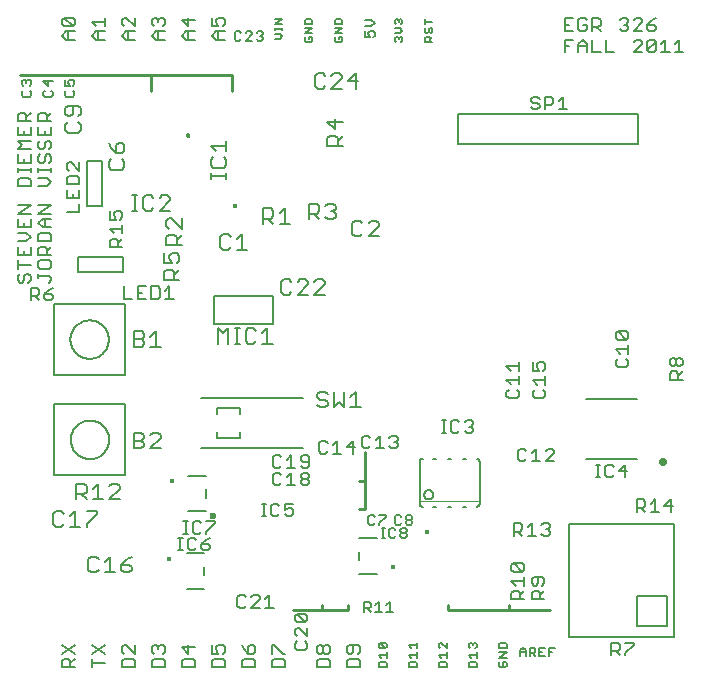
<source format=gto>
G75*
G70*
%OFA0B0*%
%FSLAX25Y25*%
%IPPOS*%
%LPD*%
%AMOC8*
5,1,8,0,0,1.08239X$1,22.5*
%
%ADD10C,0.00800*%
%ADD11C,0.01000*%
%ADD12C,0.01442*%
%ADD13C,0.00200*%
%ADD14C,0.00600*%
%ADD15C,0.02800*%
%ADD16C,0.02362*%
%ADD17C,0.00584*%
%ADD18C,0.00500*%
D10*
X0044667Y0008514D02*
X0044667Y0010616D01*
X0045367Y0011317D01*
X0046769Y0011317D01*
X0047469Y0010616D01*
X0047469Y0008514D01*
X0047469Y0009915D02*
X0048870Y0011317D01*
X0048870Y0013118D02*
X0044667Y0015920D01*
X0044667Y0013118D02*
X0048870Y0015920D01*
X0054667Y0015920D02*
X0058870Y0013118D01*
X0058870Y0015920D02*
X0054667Y0013118D01*
X0054667Y0011317D02*
X0054667Y0008514D01*
X0054667Y0009915D02*
X0058870Y0009915D01*
X0064667Y0010616D02*
X0064667Y0008514D01*
X0068870Y0008514D01*
X0068870Y0010616D01*
X0068170Y0011317D01*
X0065367Y0011317D01*
X0064667Y0010616D01*
X0065367Y0013118D02*
X0064667Y0013818D01*
X0064667Y0015219D01*
X0065367Y0015920D01*
X0066068Y0015920D01*
X0068870Y0013118D01*
X0068870Y0015920D01*
X0074667Y0015219D02*
X0074667Y0013818D01*
X0075367Y0013118D01*
X0075367Y0011317D02*
X0074667Y0010616D01*
X0074667Y0008514D01*
X0078870Y0008514D01*
X0078870Y0010616D01*
X0078170Y0011317D01*
X0075367Y0011317D01*
X0078170Y0013118D02*
X0078870Y0013818D01*
X0078870Y0015219D01*
X0078170Y0015920D01*
X0077469Y0015920D01*
X0076769Y0015219D01*
X0076769Y0014519D01*
X0076769Y0015219D02*
X0076068Y0015920D01*
X0075367Y0015920D01*
X0074667Y0015219D01*
X0084667Y0015219D02*
X0086769Y0013118D01*
X0086769Y0015920D01*
X0088870Y0015219D02*
X0084667Y0015219D01*
X0085367Y0011317D02*
X0084667Y0010616D01*
X0084667Y0008514D01*
X0088870Y0008514D01*
X0088870Y0010616D01*
X0088170Y0011317D01*
X0085367Y0011317D01*
X0094667Y0010616D02*
X0094667Y0008514D01*
X0098870Y0008514D01*
X0098870Y0010616D01*
X0098170Y0011317D01*
X0095367Y0011317D01*
X0094667Y0010616D01*
X0094667Y0013118D02*
X0096769Y0013118D01*
X0096068Y0014519D01*
X0096068Y0015219D01*
X0096769Y0015920D01*
X0098170Y0015920D01*
X0098870Y0015219D01*
X0098870Y0013818D01*
X0098170Y0013118D01*
X0094667Y0013118D02*
X0094667Y0015920D01*
X0104667Y0015920D02*
X0105367Y0014519D01*
X0106769Y0013118D01*
X0106769Y0015219D01*
X0107469Y0015920D01*
X0108170Y0015920D01*
X0108870Y0015219D01*
X0108870Y0013818D01*
X0108170Y0013118D01*
X0106769Y0013118D01*
X0108170Y0011317D02*
X0105367Y0011317D01*
X0104667Y0010616D01*
X0104667Y0008514D01*
X0108870Y0008514D01*
X0108870Y0010616D01*
X0108170Y0011317D01*
X0114667Y0010616D02*
X0114667Y0008514D01*
X0118870Y0008514D01*
X0118870Y0010616D01*
X0118170Y0011317D01*
X0115367Y0011317D01*
X0114667Y0010616D01*
X0114667Y0013118D02*
X0114667Y0015920D01*
X0115367Y0015920D01*
X0118170Y0013118D01*
X0118870Y0013118D01*
X0122167Y0015103D02*
X0122867Y0014403D01*
X0125670Y0014403D01*
X0126370Y0015103D01*
X0126370Y0016504D01*
X0125670Y0017205D01*
X0126370Y0019006D02*
X0123568Y0021809D01*
X0122867Y0021809D01*
X0122167Y0021108D01*
X0122167Y0019707D01*
X0122867Y0019006D01*
X0122867Y0017205D02*
X0122167Y0016504D01*
X0122167Y0015103D01*
X0126370Y0019006D02*
X0126370Y0021809D01*
X0125670Y0023610D02*
X0122867Y0023610D01*
X0122167Y0024310D01*
X0122167Y0025711D01*
X0122867Y0026412D01*
X0125670Y0023610D01*
X0126370Y0024310D01*
X0126370Y0025711D01*
X0125670Y0026412D01*
X0122867Y0026412D01*
X0115168Y0028414D02*
X0112366Y0028414D01*
X0113767Y0028414D02*
X0113767Y0032618D01*
X0112366Y0031217D01*
X0110565Y0031217D02*
X0110565Y0031917D01*
X0109864Y0032618D01*
X0108463Y0032618D01*
X0107762Y0031917D01*
X0105961Y0031917D02*
X0105260Y0032618D01*
X0103859Y0032618D01*
X0103159Y0031917D01*
X0103159Y0029115D01*
X0103859Y0028414D01*
X0105260Y0028414D01*
X0105961Y0029115D01*
X0107762Y0028414D02*
X0110565Y0031217D01*
X0110565Y0028414D02*
X0107762Y0028414D01*
X0129667Y0015219D02*
X0130367Y0015920D01*
X0131068Y0015920D01*
X0131769Y0015219D01*
X0131769Y0013818D01*
X0131068Y0013118D01*
X0130367Y0013118D01*
X0129667Y0013818D01*
X0129667Y0015219D01*
X0131769Y0015219D02*
X0132469Y0015920D01*
X0133170Y0015920D01*
X0133870Y0015219D01*
X0133870Y0013818D01*
X0133170Y0013118D01*
X0132469Y0013118D01*
X0131769Y0013818D01*
X0133170Y0011317D02*
X0130367Y0011317D01*
X0129667Y0010616D01*
X0129667Y0008514D01*
X0133870Y0008514D01*
X0133870Y0010616D01*
X0133170Y0011317D01*
X0139667Y0010616D02*
X0139667Y0008514D01*
X0143870Y0008514D01*
X0143870Y0010616D01*
X0143170Y0011317D01*
X0140367Y0011317D01*
X0139667Y0010616D01*
X0140367Y0013118D02*
X0141068Y0013118D01*
X0141769Y0013818D01*
X0141769Y0015920D01*
X0143170Y0015920D02*
X0140367Y0015920D01*
X0139667Y0015219D01*
X0139667Y0013818D01*
X0140367Y0013118D01*
X0143170Y0013118D02*
X0143870Y0013818D01*
X0143870Y0015219D01*
X0143170Y0015920D01*
X0150168Y0016310D02*
X0150619Y0016760D01*
X0152420Y0014959D01*
X0152870Y0015409D01*
X0152870Y0016310D01*
X0152420Y0016760D01*
X0150619Y0016760D01*
X0150168Y0016310D02*
X0150168Y0015409D01*
X0150619Y0014959D01*
X0152420Y0014959D01*
X0152870Y0013538D02*
X0152870Y0011737D01*
X0152870Y0012637D02*
X0150168Y0012637D01*
X0151069Y0011737D01*
X0150619Y0010315D02*
X0150168Y0009865D01*
X0150168Y0008514D01*
X0152870Y0008514D01*
X0152870Y0009865D01*
X0152420Y0010315D01*
X0150619Y0010315D01*
X0160168Y0009865D02*
X0160168Y0008514D01*
X0162870Y0008514D01*
X0162870Y0009865D01*
X0162420Y0010315D01*
X0160619Y0010315D01*
X0160168Y0009865D01*
X0161069Y0011737D02*
X0160168Y0012637D01*
X0162870Y0012637D01*
X0162870Y0011737D02*
X0162870Y0013538D01*
X0162870Y0014959D02*
X0162870Y0016760D01*
X0162870Y0015859D02*
X0160168Y0015859D01*
X0161069Y0014959D01*
X0170168Y0015409D02*
X0170619Y0014959D01*
X0170168Y0015409D02*
X0170168Y0016310D01*
X0170619Y0016760D01*
X0171069Y0016760D01*
X0172870Y0014959D01*
X0172870Y0016760D01*
X0172870Y0013538D02*
X0172870Y0011737D01*
X0172870Y0012637D02*
X0170168Y0012637D01*
X0171069Y0011737D01*
X0170619Y0010315D02*
X0170168Y0009865D01*
X0170168Y0008514D01*
X0172870Y0008514D01*
X0172870Y0009865D01*
X0172420Y0010315D01*
X0170619Y0010315D01*
X0180168Y0009865D02*
X0180168Y0008514D01*
X0182870Y0008514D01*
X0182870Y0009865D01*
X0182420Y0010315D01*
X0180619Y0010315D01*
X0180168Y0009865D01*
X0181069Y0011737D02*
X0180168Y0012637D01*
X0182870Y0012637D01*
X0182870Y0011737D02*
X0182870Y0013538D01*
X0182420Y0014959D02*
X0182870Y0015409D01*
X0182870Y0016310D01*
X0182420Y0016760D01*
X0181970Y0016760D01*
X0181519Y0016310D01*
X0181519Y0015859D01*
X0181519Y0016310D02*
X0181069Y0016760D01*
X0180619Y0016760D01*
X0180168Y0016310D01*
X0180168Y0015409D01*
X0180619Y0014959D01*
X0190168Y0014959D02*
X0190168Y0016310D01*
X0190619Y0016760D01*
X0192420Y0016760D01*
X0192870Y0016310D01*
X0192870Y0014959D01*
X0190168Y0014959D01*
X0190168Y0013538D02*
X0192870Y0013538D01*
X0190168Y0011737D01*
X0192870Y0011737D01*
X0192420Y0010315D02*
X0191519Y0010315D01*
X0191519Y0009415D01*
X0190619Y0010315D02*
X0190168Y0009865D01*
X0190168Y0008964D01*
X0190619Y0008514D01*
X0192420Y0008514D01*
X0192870Y0008964D01*
X0192870Y0009865D01*
X0192420Y0010315D01*
X0197379Y0012414D02*
X0197379Y0014215D01*
X0198280Y0015116D01*
X0199180Y0014215D01*
X0199180Y0012414D01*
X0199180Y0013765D02*
X0197379Y0013765D01*
X0200602Y0013315D02*
X0201952Y0013315D01*
X0202403Y0013765D01*
X0202403Y0014666D01*
X0201952Y0015116D01*
X0200602Y0015116D01*
X0200602Y0012414D01*
X0201502Y0013315D02*
X0202403Y0012414D01*
X0203824Y0012414D02*
X0205625Y0012414D01*
X0207046Y0012414D02*
X0207046Y0015116D01*
X0208848Y0015116D01*
X0207947Y0013765D02*
X0207046Y0013765D01*
X0205625Y0015116D02*
X0203824Y0015116D01*
X0203824Y0012414D01*
X0203824Y0013765D02*
X0204724Y0013765D01*
X0227770Y0014015D02*
X0229872Y0014015D01*
X0230572Y0014716D01*
X0230572Y0016117D01*
X0229872Y0016818D01*
X0227770Y0016818D01*
X0227770Y0012614D01*
X0229171Y0014015D02*
X0230572Y0012614D01*
X0232374Y0012614D02*
X0232374Y0013315D01*
X0235176Y0016117D01*
X0235176Y0016818D01*
X0232374Y0016818D01*
X0205470Y0031214D02*
X0201267Y0031214D01*
X0201267Y0033316D01*
X0201967Y0034017D01*
X0203369Y0034017D01*
X0204069Y0033316D01*
X0204069Y0031214D01*
X0204069Y0032615D02*
X0205470Y0034017D01*
X0204770Y0035818D02*
X0205470Y0036518D01*
X0205470Y0037919D01*
X0204770Y0038620D01*
X0201967Y0038620D01*
X0201267Y0037919D01*
X0201267Y0036518D01*
X0201967Y0035818D01*
X0202668Y0035818D01*
X0203369Y0036518D01*
X0203369Y0038620D01*
X0198670Y0038620D02*
X0198670Y0035818D01*
X0198670Y0037219D02*
X0194467Y0037219D01*
X0195868Y0035818D01*
X0196569Y0034017D02*
X0197269Y0033316D01*
X0197269Y0031214D01*
X0197269Y0032615D02*
X0198670Y0034017D01*
X0196569Y0034017D02*
X0195167Y0034017D01*
X0194467Y0033316D01*
X0194467Y0031214D01*
X0198670Y0031214D01*
X0197970Y0040421D02*
X0195167Y0040421D01*
X0194467Y0041122D01*
X0194467Y0042523D01*
X0195167Y0043224D01*
X0197970Y0040421D01*
X0198670Y0041122D01*
X0198670Y0042523D01*
X0197970Y0043224D01*
X0195167Y0043224D01*
X0195259Y0052414D02*
X0195259Y0056618D01*
X0197360Y0056618D01*
X0198061Y0055917D01*
X0198061Y0054516D01*
X0197360Y0053815D01*
X0195259Y0053815D01*
X0196660Y0053815D02*
X0198061Y0052414D01*
X0199862Y0052414D02*
X0202665Y0052414D01*
X0201263Y0052414D02*
X0201263Y0056618D01*
X0199862Y0055217D01*
X0204466Y0055917D02*
X0205166Y0056618D01*
X0206567Y0056618D01*
X0207268Y0055917D01*
X0207268Y0055217D01*
X0206567Y0054516D01*
X0207268Y0053815D01*
X0207268Y0053115D01*
X0206567Y0052414D01*
X0205166Y0052414D01*
X0204466Y0053115D01*
X0205867Y0054516D02*
X0206567Y0054516D01*
X0222667Y0071861D02*
X0224068Y0071861D01*
X0223367Y0071861D02*
X0223367Y0076065D01*
X0222667Y0076065D02*
X0224068Y0076065D01*
X0225736Y0075364D02*
X0225736Y0072561D01*
X0226436Y0071861D01*
X0227837Y0071861D01*
X0228538Y0072561D01*
X0230339Y0073963D02*
X0232441Y0076065D01*
X0232441Y0071861D01*
X0233142Y0073963D02*
X0230339Y0073963D01*
X0228538Y0075364D02*
X0227837Y0076065D01*
X0226436Y0076065D01*
X0225736Y0075364D01*
X0236270Y0064518D02*
X0238372Y0064518D01*
X0239072Y0063817D01*
X0239072Y0062416D01*
X0238372Y0061715D01*
X0236270Y0061715D01*
X0236270Y0060314D02*
X0236270Y0064518D01*
X0237671Y0061715D02*
X0239072Y0060314D01*
X0240874Y0060314D02*
X0243676Y0060314D01*
X0242275Y0060314D02*
X0242275Y0064518D01*
X0240874Y0063117D01*
X0245477Y0062416D02*
X0248280Y0062416D01*
X0247579Y0060314D02*
X0247579Y0064518D01*
X0245477Y0062416D01*
X0208680Y0077214D02*
X0205877Y0077214D01*
X0208680Y0080017D01*
X0208680Y0080717D01*
X0207979Y0081418D01*
X0206578Y0081418D01*
X0205877Y0080717D01*
X0202675Y0081418D02*
X0202675Y0077214D01*
X0201274Y0077214D02*
X0204076Y0077214D01*
X0201274Y0080017D02*
X0202675Y0081418D01*
X0199472Y0080717D02*
X0198772Y0081418D01*
X0197370Y0081418D01*
X0196670Y0080717D01*
X0196670Y0077915D01*
X0197370Y0077214D01*
X0198772Y0077214D01*
X0199472Y0077915D01*
X0181718Y0087415D02*
X0181017Y0086714D01*
X0179616Y0086714D01*
X0178916Y0087415D01*
X0177115Y0087415D02*
X0176414Y0086714D01*
X0175013Y0086714D01*
X0174312Y0087415D01*
X0174312Y0090217D01*
X0175013Y0090918D01*
X0176414Y0090918D01*
X0177115Y0090217D01*
X0178916Y0090217D02*
X0179616Y0090918D01*
X0181017Y0090918D01*
X0181718Y0090217D01*
X0181718Y0089517D01*
X0181017Y0088816D01*
X0181718Y0088115D01*
X0181718Y0087415D01*
X0181017Y0088816D02*
X0180317Y0088816D01*
X0172644Y0090918D02*
X0171243Y0090918D01*
X0171944Y0090918D02*
X0171944Y0086714D01*
X0172644Y0086714D02*
X0171243Y0086714D01*
X0156580Y0085117D02*
X0156580Y0084417D01*
X0155879Y0083716D01*
X0156580Y0083015D01*
X0156580Y0082315D01*
X0155879Y0081614D01*
X0154478Y0081614D01*
X0153777Y0082315D01*
X0151976Y0081614D02*
X0149174Y0081614D01*
X0150575Y0081614D02*
X0150575Y0085818D01*
X0149174Y0084417D01*
X0147372Y0085117D02*
X0146672Y0085818D01*
X0145270Y0085818D01*
X0144570Y0085117D01*
X0144570Y0082315D01*
X0145270Y0081614D01*
X0146672Y0081614D01*
X0147372Y0082315D01*
X0142380Y0081916D02*
X0139577Y0081916D01*
X0141679Y0084018D01*
X0141679Y0079814D01*
X0137776Y0079814D02*
X0134974Y0079814D01*
X0136375Y0079814D02*
X0136375Y0084018D01*
X0134974Y0082617D01*
X0133172Y0083317D02*
X0132472Y0084018D01*
X0131070Y0084018D01*
X0130370Y0083317D01*
X0130370Y0080515D01*
X0131070Y0079814D01*
X0132472Y0079814D01*
X0133172Y0080515D01*
X0126980Y0078517D02*
X0126980Y0075715D01*
X0126279Y0075014D01*
X0124878Y0075014D01*
X0124177Y0075715D01*
X0124878Y0077116D02*
X0126980Y0077116D01*
X0126980Y0078517D02*
X0126279Y0079218D01*
X0124878Y0079218D01*
X0124177Y0078517D01*
X0124177Y0077817D01*
X0124878Y0077116D01*
X0122376Y0075014D02*
X0119574Y0075014D01*
X0120975Y0075014D02*
X0120975Y0079218D01*
X0119574Y0077817D01*
X0117772Y0078517D02*
X0117072Y0079218D01*
X0115670Y0079218D01*
X0114970Y0078517D01*
X0114970Y0075715D01*
X0115670Y0075014D01*
X0117072Y0075014D01*
X0117772Y0075715D01*
X0117072Y0073418D02*
X0115670Y0073418D01*
X0114970Y0072717D01*
X0114970Y0069915D01*
X0115670Y0069214D01*
X0117072Y0069214D01*
X0117772Y0069915D01*
X0119574Y0069214D02*
X0122376Y0069214D01*
X0120975Y0069214D02*
X0120975Y0073418D01*
X0119574Y0072017D01*
X0117772Y0072717D02*
X0117072Y0073418D01*
X0124177Y0072717D02*
X0124177Y0072017D01*
X0124878Y0071316D01*
X0126279Y0071316D01*
X0126980Y0070615D01*
X0126980Y0069915D01*
X0126279Y0069214D01*
X0124878Y0069214D01*
X0124177Y0069915D01*
X0124177Y0070615D01*
X0124878Y0071316D01*
X0126279Y0071316D02*
X0126980Y0072017D01*
X0126980Y0072717D01*
X0126279Y0073418D01*
X0124878Y0073418D01*
X0124177Y0072717D01*
X0121695Y0063068D02*
X0118893Y0063068D01*
X0118893Y0060966D01*
X0120294Y0061667D01*
X0120994Y0061667D01*
X0121695Y0060966D01*
X0121695Y0059565D01*
X0120994Y0058864D01*
X0119593Y0058864D01*
X0118893Y0059565D01*
X0117091Y0059565D02*
X0116391Y0058864D01*
X0114989Y0058864D01*
X0114289Y0059565D01*
X0114289Y0062367D01*
X0114989Y0063068D01*
X0116391Y0063068D01*
X0117091Y0062367D01*
X0112621Y0063068D02*
X0111220Y0063068D01*
X0111920Y0063068D02*
X0111920Y0058864D01*
X0111220Y0058864D02*
X0112621Y0058864D01*
X0095608Y0057295D02*
X0095608Y0056594D01*
X0092806Y0053792D01*
X0092806Y0053091D01*
X0093908Y0051795D02*
X0092507Y0051094D01*
X0091106Y0049693D01*
X0093207Y0049693D01*
X0093908Y0048993D01*
X0093908Y0048292D01*
X0093207Y0047591D01*
X0091806Y0047591D01*
X0091106Y0048292D01*
X0091106Y0049693D01*
X0089304Y0048292D02*
X0088604Y0047591D01*
X0087202Y0047591D01*
X0086502Y0048292D01*
X0086502Y0051094D01*
X0087202Y0051795D01*
X0088604Y0051795D01*
X0089304Y0051094D01*
X0088902Y0053091D02*
X0090304Y0053091D01*
X0091004Y0053792D01*
X0088902Y0053091D02*
X0088202Y0053792D01*
X0088202Y0056594D01*
X0088902Y0057295D01*
X0090304Y0057295D01*
X0091004Y0056594D01*
X0092806Y0057295D02*
X0095608Y0057295D01*
X0086534Y0057295D02*
X0085133Y0057295D01*
X0085833Y0057295D02*
X0085833Y0053091D01*
X0085133Y0053091D02*
X0086534Y0053091D01*
X0084834Y0051795D02*
X0083433Y0051795D01*
X0084133Y0051795D02*
X0084133Y0047591D01*
X0083433Y0047591D02*
X0084834Y0047591D01*
X0067914Y0045419D02*
X0066180Y0044551D01*
X0064445Y0042816D01*
X0067047Y0042816D01*
X0067914Y0041949D01*
X0067914Y0041081D01*
X0067047Y0040214D01*
X0065312Y0040214D01*
X0064445Y0041081D01*
X0064445Y0042816D01*
X0062390Y0040214D02*
X0058920Y0040214D01*
X0060655Y0040214D02*
X0060655Y0045419D01*
X0058920Y0043683D01*
X0056865Y0044551D02*
X0055998Y0045419D01*
X0054263Y0045419D01*
X0053396Y0044551D01*
X0053396Y0041081D01*
X0054263Y0040214D01*
X0055998Y0040214D01*
X0056865Y0041081D01*
X0052845Y0055414D02*
X0052845Y0056281D01*
X0056314Y0059751D01*
X0056314Y0060619D01*
X0052845Y0060619D01*
X0049055Y0060619D02*
X0049055Y0055414D01*
X0047320Y0055414D02*
X0050790Y0055414D01*
X0047320Y0058883D02*
X0049055Y0060619D01*
X0045265Y0059751D02*
X0044398Y0060619D01*
X0042663Y0060619D01*
X0041796Y0059751D01*
X0041796Y0056281D01*
X0042663Y0055414D01*
X0044398Y0055414D01*
X0045265Y0056281D01*
X0049370Y0064514D02*
X0049370Y0069719D01*
X0051972Y0069719D01*
X0052839Y0068851D01*
X0052839Y0067116D01*
X0051972Y0066249D01*
X0049370Y0066249D01*
X0051105Y0066249D02*
X0052839Y0064514D01*
X0054894Y0064514D02*
X0058364Y0064514D01*
X0056629Y0064514D02*
X0056629Y0069719D01*
X0054894Y0067983D01*
X0060419Y0068851D02*
X0061286Y0069719D01*
X0063021Y0069719D01*
X0063888Y0068851D01*
X0063888Y0067983D01*
X0060419Y0064514D01*
X0063888Y0064514D01*
X0068521Y0081514D02*
X0071123Y0081514D01*
X0071990Y0082381D01*
X0071990Y0083249D01*
X0071123Y0084116D01*
X0068521Y0084116D01*
X0071123Y0084116D02*
X0071990Y0084983D01*
X0071990Y0085851D01*
X0071123Y0086719D01*
X0068521Y0086719D01*
X0068521Y0081514D01*
X0074045Y0081514D02*
X0077515Y0084983D01*
X0077515Y0085851D01*
X0076647Y0086719D01*
X0074913Y0086719D01*
X0074045Y0085851D01*
X0074045Y0081514D02*
X0077515Y0081514D01*
X0077615Y0115314D02*
X0074145Y0115314D01*
X0075880Y0115314D02*
X0075880Y0120519D01*
X0074145Y0118783D01*
X0072090Y0118783D02*
X0071223Y0117916D01*
X0068621Y0117916D01*
X0071223Y0117916D02*
X0072090Y0117049D01*
X0072090Y0116181D01*
X0071223Y0115314D01*
X0068621Y0115314D01*
X0068621Y0120519D01*
X0071223Y0120519D01*
X0072090Y0119651D01*
X0072090Y0118783D01*
X0072676Y0131314D02*
X0069874Y0131314D01*
X0069874Y0135518D01*
X0072676Y0135518D01*
X0074477Y0135518D02*
X0076579Y0135518D01*
X0077280Y0134817D01*
X0077280Y0132015D01*
X0076579Y0131314D01*
X0074477Y0131314D01*
X0074477Y0135518D01*
X0071275Y0133416D02*
X0069874Y0133416D01*
X0068072Y0131314D02*
X0065270Y0131314D01*
X0065270Y0135518D01*
X0078616Y0137664D02*
X0078616Y0140266D01*
X0079483Y0141133D01*
X0081218Y0141133D01*
X0082085Y0140266D01*
X0082085Y0137664D01*
X0082085Y0139399D02*
X0083820Y0141133D01*
X0082953Y0143189D02*
X0083820Y0144056D01*
X0083820Y0145791D01*
X0082953Y0146658D01*
X0081218Y0146658D01*
X0080351Y0145791D01*
X0080351Y0144923D01*
X0081218Y0143189D01*
X0078616Y0143189D01*
X0078616Y0146658D01*
X0079366Y0149264D02*
X0079366Y0151866D01*
X0080233Y0152733D01*
X0081968Y0152733D01*
X0082835Y0151866D01*
X0082835Y0149264D01*
X0082835Y0150999D02*
X0084570Y0152733D01*
X0084570Y0154789D02*
X0081101Y0158258D01*
X0080233Y0158258D01*
X0079366Y0157391D01*
X0079366Y0155656D01*
X0080233Y0154789D01*
X0084570Y0154789D02*
X0084570Y0158258D01*
X0080659Y0160839D02*
X0077190Y0160839D01*
X0080659Y0164309D01*
X0080659Y0165176D01*
X0079792Y0166044D01*
X0078057Y0166044D01*
X0077190Y0165176D01*
X0075135Y0165176D02*
X0074268Y0166044D01*
X0072533Y0166044D01*
X0071666Y0165176D01*
X0071666Y0161707D01*
X0072533Y0160839D01*
X0074268Y0160839D01*
X0075135Y0161707D01*
X0069717Y0160839D02*
X0067983Y0160839D01*
X0068850Y0160839D02*
X0068850Y0166044D01*
X0067983Y0166044D02*
X0069717Y0166044D01*
X0064070Y0160624D02*
X0064770Y0159923D01*
X0064770Y0158522D01*
X0064070Y0157821D01*
X0062669Y0157821D02*
X0061968Y0159222D01*
X0061968Y0159923D01*
X0062669Y0160624D01*
X0064070Y0160624D01*
X0062669Y0157821D02*
X0060567Y0157821D01*
X0060567Y0160624D01*
X0060567Y0154619D02*
X0064770Y0154619D01*
X0064770Y0153218D02*
X0064770Y0156020D01*
X0061968Y0153218D02*
X0060567Y0154619D01*
X0061267Y0151417D02*
X0062669Y0151417D01*
X0063369Y0150716D01*
X0063369Y0148614D01*
X0064770Y0148614D02*
X0060567Y0148614D01*
X0060567Y0150716D01*
X0061267Y0151417D01*
X0063369Y0150015D02*
X0064770Y0151417D01*
X0050470Y0160314D02*
X0050470Y0163117D01*
X0050470Y0164918D02*
X0046267Y0164918D01*
X0046267Y0167720D01*
X0046267Y0169521D02*
X0046267Y0171623D01*
X0046967Y0172324D01*
X0049770Y0172324D01*
X0050470Y0171623D01*
X0050470Y0169521D01*
X0046267Y0169521D01*
X0048369Y0166319D02*
X0048369Y0164918D01*
X0050470Y0164918D02*
X0050470Y0167720D01*
X0050470Y0174125D02*
X0047668Y0176927D01*
X0046967Y0176927D01*
X0046267Y0176226D01*
X0046267Y0174825D01*
X0046967Y0174125D01*
X0050470Y0174125D02*
X0050470Y0176927D01*
X0040970Y0177412D02*
X0040270Y0176711D01*
X0040970Y0177412D02*
X0040970Y0178813D01*
X0040270Y0179514D01*
X0039569Y0179514D01*
X0038869Y0178813D01*
X0038869Y0177412D01*
X0038168Y0176711D01*
X0037467Y0176711D01*
X0036767Y0177412D01*
X0036767Y0178813D01*
X0037467Y0179514D01*
X0037467Y0181315D02*
X0038168Y0181315D01*
X0038869Y0182015D01*
X0038869Y0183417D01*
X0039569Y0184117D01*
X0040270Y0184117D01*
X0040970Y0183417D01*
X0040970Y0182015D01*
X0040270Y0181315D01*
X0037467Y0181315D02*
X0036767Y0182015D01*
X0036767Y0183417D01*
X0037467Y0184117D01*
X0036767Y0185919D02*
X0040970Y0185919D01*
X0040970Y0188721D01*
X0040970Y0190522D02*
X0036767Y0190522D01*
X0036767Y0192624D01*
X0037467Y0193324D01*
X0038869Y0193324D01*
X0039569Y0192624D01*
X0039569Y0190522D01*
X0039569Y0191923D02*
X0040970Y0193324D01*
X0045666Y0193157D02*
X0046533Y0192289D01*
X0047401Y0192289D01*
X0048268Y0193157D01*
X0048268Y0195759D01*
X0050003Y0195759D02*
X0046533Y0195759D01*
X0045666Y0194891D01*
X0045666Y0193157D01*
X0046533Y0190234D02*
X0045666Y0189367D01*
X0045666Y0187632D01*
X0046533Y0186765D01*
X0050003Y0186765D01*
X0050870Y0187632D01*
X0050870Y0189367D01*
X0050003Y0190234D01*
X0050003Y0192289D02*
X0050870Y0193157D01*
X0050870Y0194891D01*
X0050003Y0195759D01*
X0048237Y0198648D02*
X0048770Y0199181D01*
X0048770Y0200249D01*
X0048237Y0200783D01*
X0048237Y0202331D02*
X0048770Y0202865D01*
X0048770Y0203932D01*
X0048237Y0204466D01*
X0047169Y0204466D01*
X0046635Y0203932D01*
X0046635Y0203398D01*
X0047169Y0202331D01*
X0045568Y0202331D01*
X0045568Y0204466D01*
X0046101Y0200783D02*
X0045568Y0200249D01*
X0045568Y0199181D01*
X0046101Y0198648D01*
X0048237Y0198648D01*
X0041570Y0199181D02*
X0041570Y0200249D01*
X0041037Y0200783D01*
X0041570Y0199181D02*
X0041037Y0198648D01*
X0038901Y0198648D01*
X0038368Y0199181D01*
X0038368Y0200249D01*
X0038901Y0200783D01*
X0039969Y0202331D02*
X0039969Y0204466D01*
X0041570Y0203932D02*
X0038368Y0203932D01*
X0039969Y0202331D01*
X0034370Y0202865D02*
X0033837Y0202331D01*
X0034370Y0202865D02*
X0034370Y0203932D01*
X0033837Y0204466D01*
X0033303Y0204466D01*
X0032769Y0203932D01*
X0032769Y0203398D01*
X0032769Y0203932D02*
X0032235Y0204466D01*
X0031701Y0204466D01*
X0031168Y0203932D01*
X0031168Y0202865D01*
X0031701Y0202331D01*
X0031701Y0200783D02*
X0031168Y0200249D01*
X0031168Y0199181D01*
X0031701Y0198648D01*
X0033837Y0198648D01*
X0034370Y0199181D01*
X0034370Y0200249D01*
X0033837Y0200783D01*
X0034170Y0193324D02*
X0032769Y0191923D01*
X0032769Y0192624D02*
X0032769Y0190522D01*
X0034170Y0190522D02*
X0029967Y0190522D01*
X0029967Y0192624D01*
X0030667Y0193324D01*
X0032069Y0193324D01*
X0032769Y0192624D01*
X0034170Y0188721D02*
X0034170Y0185919D01*
X0029967Y0185919D01*
X0029967Y0188721D01*
X0032069Y0187320D02*
X0032069Y0185919D01*
X0034170Y0184117D02*
X0029967Y0184117D01*
X0031368Y0182716D01*
X0029967Y0181315D01*
X0034170Y0181315D01*
X0034170Y0179514D02*
X0034170Y0176711D01*
X0029967Y0176711D01*
X0029967Y0179514D01*
X0032069Y0178113D02*
X0032069Y0176711D01*
X0034170Y0175044D02*
X0034170Y0173643D01*
X0034170Y0174343D02*
X0029967Y0174343D01*
X0029967Y0173643D02*
X0029967Y0175044D01*
X0030667Y0171841D02*
X0029967Y0171141D01*
X0029967Y0169039D01*
X0034170Y0169039D01*
X0034170Y0171141D01*
X0033470Y0171841D01*
X0030667Y0171841D01*
X0036767Y0171841D02*
X0039569Y0171841D01*
X0040970Y0170440D01*
X0039569Y0169039D01*
X0036767Y0169039D01*
X0036767Y0173643D02*
X0036767Y0175044D01*
X0036767Y0174343D02*
X0040970Y0174343D01*
X0040970Y0173643D02*
X0040970Y0175044D01*
X0038869Y0185919D02*
X0038869Y0187320D01*
X0036767Y0188721D02*
X0036767Y0185919D01*
X0060166Y0183408D02*
X0061033Y0181673D01*
X0062768Y0179939D01*
X0062768Y0182541D01*
X0063635Y0183408D01*
X0064503Y0183408D01*
X0065370Y0182541D01*
X0065370Y0180806D01*
X0064503Y0179939D01*
X0062768Y0179939D01*
X0064503Y0177883D02*
X0065370Y0177016D01*
X0065370Y0175281D01*
X0064503Y0174414D01*
X0061033Y0174414D01*
X0060166Y0175281D01*
X0060166Y0177016D01*
X0061033Y0177883D01*
X0040970Y0162634D02*
X0036767Y0162634D01*
X0034170Y0162634D02*
X0029967Y0162634D01*
X0029967Y0159832D02*
X0034170Y0162634D01*
X0034170Y0159832D02*
X0029967Y0159832D01*
X0029967Y0158031D02*
X0029967Y0155228D01*
X0034170Y0155228D01*
X0034170Y0158031D01*
X0032069Y0156630D02*
X0032069Y0155228D01*
X0032769Y0153427D02*
X0029967Y0153427D01*
X0032769Y0153427D02*
X0034170Y0152026D01*
X0032769Y0150625D01*
X0029967Y0150625D01*
X0029967Y0148824D02*
X0029967Y0146021D01*
X0034170Y0146021D01*
X0034170Y0148824D01*
X0032069Y0147422D02*
X0032069Y0146021D01*
X0029967Y0144220D02*
X0029967Y0141418D01*
X0029967Y0142819D02*
X0034170Y0142819D01*
X0036767Y0142118D02*
X0037467Y0141418D01*
X0040270Y0141418D01*
X0040970Y0142118D01*
X0040970Y0143519D01*
X0040270Y0144220D01*
X0037467Y0144220D01*
X0036767Y0143519D01*
X0036767Y0142118D01*
X0036767Y0139617D02*
X0036767Y0138215D01*
X0036767Y0138916D02*
X0040270Y0138916D01*
X0040970Y0138215D01*
X0040970Y0137515D01*
X0040270Y0136814D01*
X0041576Y0135118D02*
X0040175Y0134417D01*
X0038774Y0133016D01*
X0040875Y0133016D01*
X0041576Y0132315D01*
X0041576Y0131615D01*
X0040875Y0130914D01*
X0039474Y0130914D01*
X0038774Y0131615D01*
X0038774Y0133016D01*
X0036972Y0133016D02*
X0036272Y0132315D01*
X0034170Y0132315D01*
X0034170Y0130914D02*
X0034170Y0135118D01*
X0036272Y0135118D01*
X0036972Y0134417D01*
X0036972Y0133016D01*
X0035571Y0132315D02*
X0036972Y0130914D01*
X0033470Y0136814D02*
X0034170Y0137515D01*
X0034170Y0138916D01*
X0033470Y0139617D01*
X0032769Y0139617D01*
X0032069Y0138916D01*
X0032069Y0137515D01*
X0031368Y0136814D01*
X0030667Y0136814D01*
X0029967Y0137515D01*
X0029967Y0138916D01*
X0030667Y0139617D01*
X0036767Y0146021D02*
X0036767Y0148123D01*
X0037467Y0148824D01*
X0038869Y0148824D01*
X0039569Y0148123D01*
X0039569Y0146021D01*
X0040970Y0146021D02*
X0036767Y0146021D01*
X0039569Y0147422D02*
X0040970Y0148824D01*
X0040970Y0150625D02*
X0036767Y0150625D01*
X0036767Y0152726D01*
X0037467Y0153427D01*
X0040270Y0153427D01*
X0040970Y0152726D01*
X0040970Y0150625D01*
X0040970Y0155228D02*
X0038168Y0155228D01*
X0036767Y0156630D01*
X0038168Y0158031D01*
X0040970Y0158031D01*
X0040970Y0159832D02*
X0036767Y0159832D01*
X0040970Y0162634D01*
X0038869Y0158031D02*
X0038869Y0155228D01*
X0046267Y0160314D02*
X0050470Y0160314D01*
X0079366Y0149264D02*
X0084570Y0149264D01*
X0097470Y0148681D02*
X0098337Y0147814D01*
X0100072Y0147814D01*
X0100939Y0148681D01*
X0102994Y0147814D02*
X0106464Y0147814D01*
X0104729Y0147814D02*
X0104729Y0153019D01*
X0102994Y0151283D01*
X0100939Y0152151D02*
X0100072Y0153019D01*
X0098337Y0153019D01*
X0097470Y0152151D01*
X0097470Y0148681D01*
X0111671Y0156414D02*
X0111671Y0161619D01*
X0114273Y0161619D01*
X0115140Y0160751D01*
X0115140Y0159016D01*
X0114273Y0158149D01*
X0111671Y0158149D01*
X0113406Y0158149D02*
X0115140Y0156414D01*
X0117195Y0156414D02*
X0120665Y0156414D01*
X0118930Y0156414D02*
X0118930Y0161619D01*
X0117195Y0159883D01*
X0126921Y0159649D02*
X0129523Y0159649D01*
X0130390Y0160516D01*
X0130390Y0162251D01*
X0129523Y0163119D01*
X0126921Y0163119D01*
X0126921Y0157914D01*
X0128656Y0159649D02*
X0130390Y0157914D01*
X0132445Y0158781D02*
X0133313Y0157914D01*
X0135047Y0157914D01*
X0135915Y0158781D01*
X0135915Y0159649D01*
X0135047Y0160516D01*
X0134180Y0160516D01*
X0135047Y0160516D02*
X0135915Y0161383D01*
X0135915Y0162251D01*
X0135047Y0163119D01*
X0133313Y0163119D01*
X0132445Y0162251D01*
X0141321Y0156551D02*
X0141321Y0153081D01*
X0142188Y0152214D01*
X0143923Y0152214D01*
X0144790Y0153081D01*
X0146845Y0152214D02*
X0150315Y0155683D01*
X0150315Y0156551D01*
X0149447Y0157419D01*
X0147713Y0157419D01*
X0146845Y0156551D01*
X0144790Y0156551D02*
X0143923Y0157419D01*
X0142188Y0157419D01*
X0141321Y0156551D01*
X0146845Y0152214D02*
X0150315Y0152214D01*
X0132188Y0137051D02*
X0131321Y0137919D01*
X0129586Y0137919D01*
X0128719Y0137051D01*
X0126664Y0137051D02*
X0125796Y0137919D01*
X0124062Y0137919D01*
X0123194Y0137051D01*
X0121139Y0137051D02*
X0120272Y0137919D01*
X0118537Y0137919D01*
X0117670Y0137051D01*
X0117670Y0133581D01*
X0118537Y0132714D01*
X0120272Y0132714D01*
X0121139Y0133581D01*
X0123194Y0132714D02*
X0126664Y0136183D01*
X0126664Y0137051D01*
X0128719Y0132714D02*
X0132188Y0136183D01*
X0132188Y0137051D01*
X0132188Y0132714D02*
X0128719Y0132714D01*
X0126664Y0132714D02*
X0123194Y0132714D01*
X0113137Y0121619D02*
X0113137Y0116414D01*
X0114871Y0116414D02*
X0111402Y0116414D01*
X0109347Y0117281D02*
X0108480Y0116414D01*
X0106745Y0116414D01*
X0105878Y0117281D01*
X0105878Y0120751D01*
X0106745Y0121619D01*
X0108480Y0121619D01*
X0109347Y0120751D01*
X0111402Y0119883D02*
X0113137Y0121619D01*
X0103929Y0121619D02*
X0102194Y0121619D01*
X0103062Y0121619D02*
X0103062Y0116414D01*
X0103929Y0116414D02*
X0102194Y0116414D01*
X0100139Y0116414D02*
X0100139Y0121619D01*
X0098405Y0119883D01*
X0096670Y0121619D01*
X0096670Y0116414D01*
X0081883Y0131314D02*
X0079081Y0131314D01*
X0080482Y0131314D02*
X0080482Y0135518D01*
X0079081Y0134117D01*
X0078616Y0137664D02*
X0083820Y0137664D01*
X0094166Y0171464D02*
X0094166Y0173199D01*
X0094166Y0172331D02*
X0099370Y0172331D01*
X0099370Y0171464D02*
X0099370Y0173199D01*
X0098503Y0175147D02*
X0099370Y0176015D01*
X0099370Y0177749D01*
X0098503Y0178617D01*
X0099370Y0180672D02*
X0099370Y0184141D01*
X0099370Y0182406D02*
X0094166Y0182406D01*
X0095901Y0180672D01*
X0095033Y0178617D02*
X0094166Y0177749D01*
X0094166Y0176015D01*
X0095033Y0175147D01*
X0098503Y0175147D01*
X0086350Y0185885D02*
X0086352Y0185924D01*
X0086358Y0185963D01*
X0086368Y0186001D01*
X0086381Y0186038D01*
X0086398Y0186073D01*
X0086418Y0186107D01*
X0086442Y0186138D01*
X0086469Y0186167D01*
X0086498Y0186193D01*
X0086530Y0186216D01*
X0086564Y0186236D01*
X0086600Y0186252D01*
X0086637Y0186264D01*
X0086676Y0186273D01*
X0086715Y0186278D01*
X0086754Y0186279D01*
X0086793Y0186276D01*
X0086832Y0186269D01*
X0086869Y0186258D01*
X0086906Y0186244D01*
X0086941Y0186226D01*
X0086974Y0186205D01*
X0087005Y0186180D01*
X0087033Y0186153D01*
X0087058Y0186123D01*
X0087080Y0186090D01*
X0087099Y0186056D01*
X0087114Y0186020D01*
X0087126Y0185982D01*
X0087134Y0185944D01*
X0087138Y0185905D01*
X0087138Y0185865D01*
X0087134Y0185826D01*
X0087126Y0185788D01*
X0087114Y0185750D01*
X0087099Y0185714D01*
X0087080Y0185680D01*
X0087058Y0185647D01*
X0087033Y0185617D01*
X0087005Y0185590D01*
X0086974Y0185565D01*
X0086941Y0185544D01*
X0086906Y0185526D01*
X0086869Y0185512D01*
X0086832Y0185501D01*
X0086793Y0185494D01*
X0086754Y0185491D01*
X0086715Y0185492D01*
X0086676Y0185497D01*
X0086637Y0185506D01*
X0086600Y0185518D01*
X0086564Y0185534D01*
X0086530Y0185554D01*
X0086498Y0185577D01*
X0086469Y0185603D01*
X0086442Y0185632D01*
X0086418Y0185663D01*
X0086398Y0185697D01*
X0086381Y0185732D01*
X0086368Y0185769D01*
X0086358Y0185807D01*
X0086352Y0185846D01*
X0086350Y0185885D01*
X0128970Y0202281D02*
X0129837Y0201414D01*
X0131572Y0201414D01*
X0132439Y0202281D01*
X0134494Y0201414D02*
X0137964Y0204883D01*
X0137964Y0205751D01*
X0137096Y0206619D01*
X0135362Y0206619D01*
X0134494Y0205751D01*
X0132439Y0205751D02*
X0131572Y0206619D01*
X0129837Y0206619D01*
X0128970Y0205751D01*
X0128970Y0202281D01*
X0134494Y0201414D02*
X0137964Y0201414D01*
X0140019Y0204016D02*
X0143488Y0204016D01*
X0142621Y0201414D02*
X0142621Y0206619D01*
X0140019Y0204016D01*
X0137670Y0217075D02*
X0136069Y0217075D01*
X0135668Y0217475D01*
X0135668Y0218276D01*
X0136069Y0218676D01*
X0136869Y0218676D02*
X0136869Y0217875D01*
X0136869Y0218676D02*
X0137670Y0218676D01*
X0138070Y0218276D01*
X0138070Y0217475D01*
X0137670Y0217075D01*
X0138070Y0220021D02*
X0135668Y0220021D01*
X0138070Y0221622D01*
X0135668Y0221622D01*
X0135668Y0222968D02*
X0135668Y0224169D01*
X0136069Y0224569D01*
X0137670Y0224569D01*
X0138070Y0224169D01*
X0138070Y0222968D01*
X0135668Y0222968D01*
X0128070Y0222968D02*
X0128070Y0224169D01*
X0127670Y0224569D01*
X0126069Y0224569D01*
X0125668Y0224169D01*
X0125668Y0222968D01*
X0128070Y0222968D01*
X0128070Y0221622D02*
X0125668Y0221622D01*
X0125668Y0220021D02*
X0128070Y0221622D01*
X0128070Y0220021D02*
X0125668Y0220021D01*
X0126069Y0218676D02*
X0125668Y0218276D01*
X0125668Y0217475D01*
X0126069Y0217075D01*
X0127670Y0217075D01*
X0128070Y0217475D01*
X0128070Y0218276D01*
X0127670Y0218676D01*
X0126869Y0218676D01*
X0126869Y0217875D01*
X0118070Y0218857D02*
X0117270Y0219658D01*
X0115668Y0219658D01*
X0115668Y0221004D02*
X0115668Y0221804D01*
X0115668Y0221404D02*
X0118070Y0221404D01*
X0118070Y0221004D02*
X0118070Y0221804D01*
X0118070Y0222968D02*
X0115668Y0222968D01*
X0118070Y0224569D01*
X0115668Y0224569D01*
X0111671Y0220083D02*
X0111671Y0219549D01*
X0111137Y0219015D01*
X0111671Y0218481D01*
X0111671Y0217948D01*
X0111137Y0217414D01*
X0110070Y0217414D01*
X0109536Y0217948D01*
X0110604Y0219015D02*
X0111137Y0219015D01*
X0111671Y0220083D02*
X0111137Y0220617D01*
X0110070Y0220617D01*
X0109536Y0220083D01*
X0107988Y0220083D02*
X0107454Y0220617D01*
X0106387Y0220617D01*
X0105853Y0220083D01*
X0104305Y0220083D02*
X0103771Y0220617D01*
X0102704Y0220617D01*
X0102170Y0220083D01*
X0102170Y0217948D01*
X0102704Y0217414D01*
X0103771Y0217414D01*
X0104305Y0217948D01*
X0105853Y0217414D02*
X0107988Y0219549D01*
X0107988Y0220083D01*
X0107988Y0217414D02*
X0105853Y0217414D01*
X0098870Y0217714D02*
X0096068Y0217714D01*
X0094667Y0219115D01*
X0096068Y0220517D01*
X0098870Y0220517D01*
X0098170Y0222318D02*
X0098870Y0223018D01*
X0098870Y0224419D01*
X0098170Y0225120D01*
X0096769Y0225120D01*
X0096068Y0224419D01*
X0096068Y0223719D01*
X0096769Y0222318D01*
X0094667Y0222318D01*
X0094667Y0225120D01*
X0096769Y0220517D02*
X0096769Y0217714D01*
X0088870Y0217714D02*
X0086068Y0217714D01*
X0084667Y0219115D01*
X0086068Y0220517D01*
X0088870Y0220517D01*
X0086769Y0220517D02*
X0086769Y0217714D01*
X0086769Y0222318D02*
X0086769Y0225120D01*
X0088870Y0224419D02*
X0084667Y0224419D01*
X0086769Y0222318D01*
X0078870Y0223018D02*
X0078170Y0222318D01*
X0078870Y0223018D02*
X0078870Y0224419D01*
X0078170Y0225120D01*
X0077469Y0225120D01*
X0076769Y0224419D01*
X0076769Y0223719D01*
X0076769Y0224419D02*
X0076068Y0225120D01*
X0075367Y0225120D01*
X0074667Y0224419D01*
X0074667Y0223018D01*
X0075367Y0222318D01*
X0076068Y0220517D02*
X0078870Y0220517D01*
X0076769Y0220517D02*
X0076769Y0217714D01*
X0076068Y0217714D02*
X0074667Y0219115D01*
X0076068Y0220517D01*
X0076068Y0217714D02*
X0078870Y0217714D01*
X0068870Y0217714D02*
X0066068Y0217714D01*
X0064667Y0219115D01*
X0066068Y0220517D01*
X0068870Y0220517D01*
X0068870Y0222318D02*
X0066068Y0225120D01*
X0065367Y0225120D01*
X0064667Y0224419D01*
X0064667Y0223018D01*
X0065367Y0222318D01*
X0066769Y0220517D02*
X0066769Y0217714D01*
X0068870Y0222318D02*
X0068870Y0225120D01*
X0058870Y0225120D02*
X0058870Y0222318D01*
X0058870Y0223719D02*
X0054667Y0223719D01*
X0056068Y0222318D01*
X0056068Y0220517D02*
X0058870Y0220517D01*
X0056769Y0220517D02*
X0056769Y0217714D01*
X0056068Y0217714D02*
X0054667Y0219115D01*
X0056068Y0220517D01*
X0056068Y0217714D02*
X0058870Y0217714D01*
X0048870Y0217714D02*
X0046068Y0217714D01*
X0044667Y0219115D01*
X0046068Y0220517D01*
X0048870Y0220517D01*
X0048170Y0222318D02*
X0045367Y0225120D01*
X0048170Y0225120D01*
X0048870Y0224419D01*
X0048870Y0223018D01*
X0048170Y0222318D01*
X0045367Y0222318D01*
X0044667Y0223018D01*
X0044667Y0224419D01*
X0045367Y0225120D01*
X0046769Y0220517D02*
X0046769Y0217714D01*
X0115668Y0218057D02*
X0117270Y0218057D01*
X0118070Y0218857D01*
X0145668Y0218548D02*
X0147269Y0218548D01*
X0146735Y0219615D01*
X0146735Y0220149D01*
X0147269Y0220683D01*
X0148337Y0220683D01*
X0148870Y0220149D01*
X0148870Y0219081D01*
X0148337Y0218548D01*
X0145668Y0218548D02*
X0145668Y0220683D01*
X0145668Y0222231D02*
X0147803Y0222231D01*
X0148870Y0223298D01*
X0147803Y0224366D01*
X0145668Y0224366D01*
X0155668Y0224169D02*
X0156069Y0224569D01*
X0156469Y0224569D01*
X0156869Y0224169D01*
X0157270Y0224569D01*
X0157670Y0224569D01*
X0158070Y0224169D01*
X0158070Y0223368D01*
X0157670Y0222968D01*
X0156869Y0223768D02*
X0156869Y0224169D01*
X0155668Y0224169D02*
X0155668Y0223368D01*
X0156069Y0222968D01*
X0155668Y0221622D02*
X0157270Y0221622D01*
X0158070Y0220822D01*
X0157270Y0220021D01*
X0155668Y0220021D01*
X0156069Y0218676D02*
X0155668Y0218276D01*
X0155668Y0217475D01*
X0156069Y0217075D01*
X0156869Y0217875D02*
X0156869Y0218276D01*
X0157270Y0218676D01*
X0157670Y0218676D01*
X0158070Y0218276D01*
X0158070Y0217475D01*
X0157670Y0217075D01*
X0156869Y0218276D02*
X0156469Y0218676D01*
X0156069Y0218676D01*
X0165668Y0218276D02*
X0165668Y0217075D01*
X0168070Y0217075D01*
X0167270Y0217075D02*
X0167270Y0218276D01*
X0166869Y0218676D01*
X0166069Y0218676D01*
X0165668Y0218276D01*
X0167270Y0217875D02*
X0168070Y0218676D01*
X0167670Y0220021D02*
X0168070Y0220421D01*
X0168070Y0221222D01*
X0167670Y0221622D01*
X0167270Y0221622D01*
X0166869Y0221222D01*
X0166869Y0220421D01*
X0166469Y0220021D01*
X0166069Y0220021D01*
X0165668Y0220421D01*
X0165668Y0221222D01*
X0166069Y0221622D01*
X0165668Y0222968D02*
X0165668Y0224569D01*
X0165668Y0223768D02*
X0168070Y0223768D01*
X0201059Y0198017D02*
X0201059Y0197317D01*
X0201759Y0196616D01*
X0203160Y0196616D01*
X0203861Y0195915D01*
X0203861Y0195215D01*
X0203160Y0194514D01*
X0201759Y0194514D01*
X0201059Y0195215D01*
X0201059Y0198017D02*
X0201759Y0198718D01*
X0203160Y0198718D01*
X0203861Y0198017D01*
X0205662Y0198718D02*
X0205662Y0194514D01*
X0205662Y0195915D02*
X0207764Y0195915D01*
X0208465Y0196616D01*
X0208465Y0198017D01*
X0207764Y0198718D01*
X0205662Y0198718D01*
X0210266Y0197317D02*
X0211667Y0198718D01*
X0211667Y0194514D01*
X0210266Y0194514D02*
X0213068Y0194514D01*
X0212170Y0213614D02*
X0212170Y0217818D01*
X0214972Y0217818D01*
X0216774Y0216417D02*
X0218175Y0217818D01*
X0219576Y0216417D01*
X0219576Y0213614D01*
X0221377Y0213614D02*
X0224180Y0213614D01*
X0225981Y0213614D02*
X0228783Y0213614D01*
X0225981Y0213614D02*
X0225981Y0217818D01*
X0224180Y0220714D02*
X0222778Y0222115D01*
X0223479Y0222115D02*
X0221377Y0222115D01*
X0221377Y0220714D02*
X0221377Y0224918D01*
X0223479Y0224918D01*
X0224180Y0224217D01*
X0224180Y0222816D01*
X0223479Y0222115D01*
X0219576Y0221415D02*
X0219576Y0222816D01*
X0218175Y0222816D01*
X0219576Y0224217D02*
X0218875Y0224918D01*
X0217474Y0224918D01*
X0216774Y0224217D01*
X0216774Y0221415D01*
X0217474Y0220714D01*
X0218875Y0220714D01*
X0219576Y0221415D01*
X0221377Y0217818D02*
X0221377Y0213614D01*
X0219576Y0215716D02*
X0216774Y0215716D01*
X0216774Y0216417D02*
X0216774Y0213614D01*
X0213571Y0215716D02*
X0212170Y0215716D01*
X0212170Y0220714D02*
X0214972Y0220714D01*
X0213571Y0222816D02*
X0212170Y0222816D01*
X0212170Y0224918D02*
X0212170Y0220714D01*
X0212170Y0224918D02*
X0214972Y0224918D01*
X0230584Y0224217D02*
X0231285Y0224918D01*
X0232686Y0224918D01*
X0233387Y0224217D01*
X0233387Y0223517D01*
X0232686Y0222816D01*
X0233387Y0222115D01*
X0233387Y0221415D01*
X0232686Y0220714D01*
X0231285Y0220714D01*
X0230584Y0221415D01*
X0231985Y0222816D02*
X0232686Y0222816D01*
X0235188Y0224217D02*
X0235888Y0224918D01*
X0237289Y0224918D01*
X0237990Y0224217D01*
X0237990Y0223517D01*
X0235188Y0220714D01*
X0237990Y0220714D01*
X0239791Y0221415D02*
X0240492Y0220714D01*
X0241893Y0220714D01*
X0242594Y0221415D01*
X0242594Y0222115D01*
X0241893Y0222816D01*
X0239791Y0222816D01*
X0239791Y0221415D01*
X0239791Y0222816D02*
X0241193Y0224217D01*
X0242594Y0224918D01*
X0241893Y0217818D02*
X0242594Y0217117D01*
X0239791Y0214315D01*
X0240492Y0213614D01*
X0241893Y0213614D01*
X0242594Y0214315D01*
X0242594Y0217117D01*
X0241893Y0217818D02*
X0240492Y0217818D01*
X0239791Y0217117D01*
X0239791Y0214315D01*
X0237990Y0213614D02*
X0235188Y0213614D01*
X0237990Y0216417D01*
X0237990Y0217117D01*
X0237289Y0217818D01*
X0235888Y0217818D01*
X0235188Y0217117D01*
X0244395Y0216417D02*
X0245796Y0217818D01*
X0245796Y0213614D01*
X0244395Y0213614D02*
X0247197Y0213614D01*
X0248998Y0213614D02*
X0251801Y0213614D01*
X0250400Y0213614D02*
X0250400Y0217818D01*
X0248998Y0216417D01*
X0138320Y0190491D02*
X0133116Y0190491D01*
X0135718Y0187889D01*
X0135718Y0191358D01*
X0135718Y0185833D02*
X0136585Y0184966D01*
X0136585Y0182364D01*
X0136585Y0184099D02*
X0138320Y0185833D01*
X0135718Y0185833D02*
X0133983Y0185833D01*
X0133116Y0184966D01*
X0133116Y0182364D01*
X0138320Y0182364D01*
X0229167Y0119861D02*
X0229167Y0118460D01*
X0229867Y0117760D01*
X0232670Y0117760D01*
X0229867Y0120562D01*
X0232670Y0120562D01*
X0233370Y0119861D01*
X0233370Y0118460D01*
X0232670Y0117760D01*
X0233370Y0115959D02*
X0233370Y0113156D01*
X0233370Y0114557D02*
X0229167Y0114557D01*
X0230568Y0113156D01*
X0229867Y0111355D02*
X0229167Y0110654D01*
X0229167Y0109253D01*
X0229867Y0108553D01*
X0232670Y0108553D01*
X0233370Y0109253D01*
X0233370Y0110654D01*
X0232670Y0111355D01*
X0229167Y0119861D02*
X0229867Y0120562D01*
X0247317Y0111112D02*
X0247317Y0109711D01*
X0248017Y0109010D01*
X0248718Y0109010D01*
X0249419Y0109711D01*
X0249419Y0111112D01*
X0250119Y0111813D01*
X0250820Y0111813D01*
X0251520Y0111112D01*
X0251520Y0109711D01*
X0250820Y0109010D01*
X0250119Y0109010D01*
X0249419Y0109711D01*
X0249419Y0111112D02*
X0248718Y0111813D01*
X0248017Y0111813D01*
X0247317Y0111112D01*
X0248017Y0107209D02*
X0249419Y0107209D01*
X0250119Y0106508D01*
X0250119Y0104407D01*
X0250119Y0105808D02*
X0251520Y0107209D01*
X0251520Y0104407D02*
X0247317Y0104407D01*
X0247317Y0106508D01*
X0248017Y0107209D01*
X0205770Y0108122D02*
X0205070Y0107421D01*
X0205770Y0108122D02*
X0205770Y0109523D01*
X0205070Y0110224D01*
X0203669Y0110224D01*
X0202968Y0109523D01*
X0202968Y0108822D01*
X0203669Y0107421D01*
X0201567Y0107421D01*
X0201567Y0110224D01*
X0197020Y0110274D02*
X0197020Y0107471D01*
X0197020Y0108872D02*
X0192817Y0108872D01*
X0194218Y0107471D01*
X0197020Y0105670D02*
X0197020Y0102868D01*
X0197020Y0104269D02*
X0192817Y0104269D01*
X0194218Y0102868D01*
X0193517Y0101067D02*
X0192817Y0100366D01*
X0192817Y0098965D01*
X0193517Y0098264D01*
X0196320Y0098264D01*
X0197020Y0098965D01*
X0197020Y0100366D01*
X0196320Y0101067D01*
X0201567Y0100316D02*
X0201567Y0098915D01*
X0202267Y0098214D01*
X0205070Y0098214D01*
X0205770Y0098915D01*
X0205770Y0100316D01*
X0205070Y0101017D01*
X0205770Y0102818D02*
X0205770Y0105620D01*
X0205770Y0104219D02*
X0201567Y0104219D01*
X0202968Y0102818D01*
X0202267Y0101017D02*
X0201567Y0100316D01*
X0156580Y0085117D02*
X0155879Y0085818D01*
X0154478Y0085818D01*
X0153777Y0085117D01*
X0155178Y0083716D02*
X0155879Y0083716D01*
X0144288Y0095214D02*
X0140819Y0095214D01*
X0142554Y0095214D02*
X0142554Y0100419D01*
X0140819Y0098683D01*
X0138764Y0100419D02*
X0138764Y0095214D01*
X0137029Y0096949D01*
X0135294Y0095214D01*
X0135294Y0100419D01*
X0133239Y0099551D02*
X0132372Y0100419D01*
X0130637Y0100419D01*
X0129770Y0099551D01*
X0129770Y0098683D01*
X0130637Y0097816D01*
X0132372Y0097816D01*
X0133239Y0096949D01*
X0133239Y0096081D01*
X0132372Y0095214D01*
X0130637Y0095214D01*
X0129770Y0096081D01*
X0147337Y0059217D02*
X0146804Y0058683D01*
X0146804Y0056548D01*
X0147337Y0056014D01*
X0148405Y0056014D01*
X0148939Y0056548D01*
X0150487Y0056548D02*
X0150487Y0056014D01*
X0150487Y0056548D02*
X0152622Y0058683D01*
X0152622Y0059217D01*
X0150487Y0059217D01*
X0148939Y0058683D02*
X0148405Y0059217D01*
X0147337Y0059217D01*
X0151233Y0054994D02*
X0152300Y0054994D01*
X0151767Y0054994D02*
X0151767Y0051791D01*
X0152300Y0051791D02*
X0151233Y0051791D01*
X0153688Y0052325D02*
X0153688Y0054460D01*
X0154222Y0054994D01*
X0155289Y0054994D01*
X0155823Y0054460D01*
X0157371Y0054460D02*
X0157371Y0053926D01*
X0157905Y0053393D01*
X0158972Y0053393D01*
X0159506Y0052859D01*
X0159506Y0052325D01*
X0158972Y0051791D01*
X0157905Y0051791D01*
X0157371Y0052325D01*
X0157371Y0052859D01*
X0157905Y0053393D01*
X0158972Y0053393D02*
X0159506Y0053926D01*
X0159506Y0054460D01*
X0158972Y0054994D01*
X0157905Y0054994D01*
X0157371Y0054460D01*
X0157205Y0056014D02*
X0157739Y0056548D01*
X0157205Y0056014D02*
X0156137Y0056014D01*
X0155604Y0056548D01*
X0155604Y0058683D01*
X0156137Y0059217D01*
X0157205Y0059217D01*
X0157739Y0058683D01*
X0159287Y0058683D02*
X0159287Y0058149D01*
X0159820Y0057615D01*
X0160888Y0057615D01*
X0161422Y0057081D01*
X0161422Y0056548D01*
X0160888Y0056014D01*
X0159820Y0056014D01*
X0159287Y0056548D01*
X0159287Y0057081D01*
X0159820Y0057615D01*
X0160888Y0057615D02*
X0161422Y0058149D01*
X0161422Y0058683D01*
X0160888Y0059217D01*
X0159820Y0059217D01*
X0159287Y0058683D01*
X0155823Y0052325D02*
X0155289Y0051791D01*
X0154222Y0051791D01*
X0153688Y0052325D01*
X0153854Y0030317D02*
X0153854Y0027114D01*
X0152787Y0027114D02*
X0154922Y0027114D01*
X0152787Y0029249D02*
X0153854Y0030317D01*
X0150171Y0030317D02*
X0150171Y0027114D01*
X0149104Y0027114D02*
X0151239Y0027114D01*
X0149104Y0029249D02*
X0150171Y0030317D01*
X0147556Y0029783D02*
X0147556Y0028715D01*
X0147022Y0028181D01*
X0145421Y0028181D01*
X0145421Y0027114D02*
X0145421Y0030317D01*
X0147022Y0030317D01*
X0147556Y0029783D01*
X0146488Y0028181D02*
X0147556Y0027114D01*
X0048870Y0008514D02*
X0044667Y0008514D01*
D11*
X0121770Y0027814D02*
X0130170Y0027814D01*
X0131370Y0027814D01*
X0131370Y0029214D01*
X0131370Y0027814D02*
X0139970Y0027814D01*
X0139970Y0029214D01*
X0173370Y0029214D02*
X0173370Y0027614D01*
X0193570Y0027614D01*
X0193570Y0029214D01*
X0193570Y0027614D02*
X0207370Y0027614D01*
X0145570Y0061214D02*
X0145570Y0070614D01*
X0143570Y0070614D01*
X0145570Y0070614D02*
X0145570Y0080414D01*
X0145570Y0061214D02*
X0143570Y0061214D01*
X0101370Y0200814D02*
X0101370Y0202014D01*
X0101370Y0202214D02*
X0101370Y0206014D01*
X0073770Y0206014D01*
X0074170Y0206014D01*
X0074170Y0200814D01*
X0073770Y0206014D02*
X0030570Y0206014D01*
D12*
X0102170Y0162214D03*
X0081170Y0070814D03*
X0080370Y0044614D03*
X0154970Y0042014D03*
X0166170Y0053614D03*
D13*
X0163870Y0063864D02*
X0183870Y0063864D01*
D14*
X0183870Y0063164D02*
X0183870Y0077164D01*
X0183868Y0077224D01*
X0183863Y0077285D01*
X0183854Y0077344D01*
X0183841Y0077403D01*
X0183825Y0077462D01*
X0183805Y0077519D01*
X0183782Y0077574D01*
X0183755Y0077629D01*
X0183726Y0077681D01*
X0183693Y0077732D01*
X0183657Y0077781D01*
X0183619Y0077827D01*
X0183577Y0077871D01*
X0183533Y0077913D01*
X0183487Y0077951D01*
X0183438Y0077987D01*
X0183387Y0078020D01*
X0183335Y0078049D01*
X0183280Y0078076D01*
X0183225Y0078099D01*
X0183168Y0078119D01*
X0183109Y0078135D01*
X0183050Y0078148D01*
X0182991Y0078157D01*
X0182930Y0078162D01*
X0182870Y0078164D01*
X0179370Y0078164D02*
X0178370Y0078164D01*
X0174370Y0078164D02*
X0173370Y0078164D01*
X0169370Y0078164D02*
X0168370Y0078164D01*
X0164870Y0078164D02*
X0164810Y0078162D01*
X0164749Y0078157D01*
X0164690Y0078148D01*
X0164631Y0078135D01*
X0164572Y0078119D01*
X0164515Y0078099D01*
X0164460Y0078076D01*
X0164405Y0078049D01*
X0164353Y0078020D01*
X0164302Y0077987D01*
X0164253Y0077951D01*
X0164207Y0077913D01*
X0164163Y0077871D01*
X0164121Y0077827D01*
X0164083Y0077781D01*
X0164047Y0077732D01*
X0164014Y0077681D01*
X0163985Y0077629D01*
X0163958Y0077574D01*
X0163935Y0077519D01*
X0163915Y0077462D01*
X0163899Y0077403D01*
X0163886Y0077344D01*
X0163877Y0077285D01*
X0163872Y0077224D01*
X0163870Y0077164D01*
X0163870Y0063164D01*
X0163872Y0063104D01*
X0163877Y0063043D01*
X0163886Y0062984D01*
X0163899Y0062925D01*
X0163915Y0062866D01*
X0163935Y0062809D01*
X0163958Y0062754D01*
X0163985Y0062699D01*
X0164014Y0062647D01*
X0164047Y0062596D01*
X0164083Y0062547D01*
X0164121Y0062501D01*
X0164163Y0062457D01*
X0164207Y0062415D01*
X0164253Y0062377D01*
X0164302Y0062341D01*
X0164353Y0062308D01*
X0164405Y0062279D01*
X0164460Y0062252D01*
X0164515Y0062229D01*
X0164572Y0062209D01*
X0164631Y0062193D01*
X0164690Y0062180D01*
X0164749Y0062171D01*
X0164810Y0062166D01*
X0164870Y0062164D01*
X0168370Y0062164D02*
X0169370Y0062164D01*
X0173370Y0062164D02*
X0174370Y0062164D01*
X0178370Y0062164D02*
X0179370Y0062164D01*
X0182870Y0062164D02*
X0182930Y0062166D01*
X0182991Y0062171D01*
X0183050Y0062180D01*
X0183109Y0062193D01*
X0183168Y0062209D01*
X0183225Y0062229D01*
X0183280Y0062252D01*
X0183335Y0062279D01*
X0183387Y0062308D01*
X0183438Y0062341D01*
X0183487Y0062377D01*
X0183533Y0062415D01*
X0183577Y0062457D01*
X0183619Y0062501D01*
X0183657Y0062547D01*
X0183693Y0062596D01*
X0183726Y0062647D01*
X0183755Y0062699D01*
X0183782Y0062754D01*
X0183805Y0062809D01*
X0183825Y0062866D01*
X0183841Y0062925D01*
X0183854Y0062984D01*
X0183863Y0063043D01*
X0183868Y0063104D01*
X0183870Y0063164D01*
X0165370Y0066164D02*
X0165372Y0066241D01*
X0165378Y0066318D01*
X0165388Y0066395D01*
X0165402Y0066471D01*
X0165419Y0066546D01*
X0165441Y0066620D01*
X0165466Y0066693D01*
X0165496Y0066765D01*
X0165528Y0066835D01*
X0165565Y0066903D01*
X0165604Y0066969D01*
X0165647Y0067033D01*
X0165694Y0067095D01*
X0165743Y0067154D01*
X0165796Y0067211D01*
X0165851Y0067265D01*
X0165909Y0067316D01*
X0165970Y0067364D01*
X0166033Y0067409D01*
X0166098Y0067450D01*
X0166165Y0067488D01*
X0166234Y0067523D01*
X0166305Y0067553D01*
X0166377Y0067581D01*
X0166451Y0067604D01*
X0166525Y0067624D01*
X0166601Y0067640D01*
X0166677Y0067652D01*
X0166754Y0067660D01*
X0166831Y0067664D01*
X0166909Y0067664D01*
X0166986Y0067660D01*
X0167063Y0067652D01*
X0167139Y0067640D01*
X0167215Y0067624D01*
X0167289Y0067604D01*
X0167363Y0067581D01*
X0167435Y0067553D01*
X0167506Y0067523D01*
X0167575Y0067488D01*
X0167642Y0067450D01*
X0167707Y0067409D01*
X0167770Y0067364D01*
X0167831Y0067316D01*
X0167889Y0067265D01*
X0167944Y0067211D01*
X0167997Y0067154D01*
X0168046Y0067095D01*
X0168093Y0067033D01*
X0168136Y0066969D01*
X0168175Y0066903D01*
X0168212Y0066835D01*
X0168244Y0066765D01*
X0168274Y0066693D01*
X0168299Y0066620D01*
X0168321Y0066546D01*
X0168338Y0066471D01*
X0168352Y0066395D01*
X0168362Y0066318D01*
X0168368Y0066241D01*
X0168370Y0066164D01*
X0168368Y0066087D01*
X0168362Y0066010D01*
X0168352Y0065933D01*
X0168338Y0065857D01*
X0168321Y0065782D01*
X0168299Y0065708D01*
X0168274Y0065635D01*
X0168244Y0065563D01*
X0168212Y0065493D01*
X0168175Y0065425D01*
X0168136Y0065359D01*
X0168093Y0065295D01*
X0168046Y0065233D01*
X0167997Y0065174D01*
X0167944Y0065117D01*
X0167889Y0065063D01*
X0167831Y0065012D01*
X0167770Y0064964D01*
X0167707Y0064919D01*
X0167642Y0064878D01*
X0167575Y0064840D01*
X0167506Y0064805D01*
X0167435Y0064775D01*
X0167363Y0064747D01*
X0167289Y0064724D01*
X0167215Y0064704D01*
X0167139Y0064688D01*
X0167063Y0064676D01*
X0166986Y0064668D01*
X0166909Y0064664D01*
X0166831Y0064664D01*
X0166754Y0064668D01*
X0166677Y0064676D01*
X0166601Y0064688D01*
X0166525Y0064704D01*
X0166451Y0064724D01*
X0166377Y0064747D01*
X0166305Y0064775D01*
X0166234Y0064805D01*
X0166165Y0064840D01*
X0166098Y0064878D01*
X0166033Y0064919D01*
X0165970Y0064964D01*
X0165909Y0065012D01*
X0165851Y0065063D01*
X0165796Y0065117D01*
X0165743Y0065174D01*
X0165694Y0065233D01*
X0165647Y0065295D01*
X0165604Y0065359D01*
X0165565Y0065425D01*
X0165528Y0065493D01*
X0165496Y0065563D01*
X0165466Y0065635D01*
X0165441Y0065708D01*
X0165419Y0065782D01*
X0165402Y0065857D01*
X0165388Y0065933D01*
X0165378Y0066010D01*
X0165372Y0066087D01*
X0165370Y0066164D01*
X0219406Y0078172D02*
X0236335Y0078172D01*
X0236335Y0097857D02*
X0219406Y0097857D01*
D15*
X0245049Y0077150D03*
D16*
X0094867Y0059138D03*
D17*
X0082237Y0047020D03*
X0082637Y0072920D03*
X0153703Y0039209D03*
D18*
X0149723Y0039709D02*
X0143817Y0039709D01*
X0143817Y0044236D02*
X0143817Y0046992D01*
X0143817Y0051520D02*
X0149723Y0051520D01*
X0124899Y0081550D02*
X0091041Y0081550D01*
X0096470Y0085014D02*
X0103970Y0085014D01*
X0103970Y0087014D01*
X0103970Y0093014D02*
X0103970Y0095014D01*
X0096970Y0095014D01*
X0096470Y0095014D01*
X0096470Y0093014D01*
X0096470Y0087014D02*
X0096470Y0085014D01*
X0092523Y0072420D02*
X0086617Y0072420D01*
X0092523Y0067892D02*
X0092523Y0065136D01*
X0092523Y0060609D02*
X0086617Y0060609D01*
X0086217Y0046520D02*
X0092123Y0046520D01*
X0092123Y0041992D02*
X0092123Y0039236D01*
X0092123Y0034709D02*
X0086217Y0034709D01*
X0065781Y0072603D02*
X0042159Y0072603D01*
X0042159Y0096225D01*
X0065781Y0096225D01*
X0065781Y0072603D01*
X0047561Y0084414D02*
X0047569Y0084728D01*
X0047592Y0085042D01*
X0047630Y0085354D01*
X0047684Y0085664D01*
X0047753Y0085971D01*
X0047837Y0086274D01*
X0047936Y0086573D01*
X0048049Y0086867D01*
X0048176Y0087154D01*
X0048318Y0087435D01*
X0048473Y0087709D01*
X0048641Y0087975D01*
X0048822Y0088232D01*
X0049016Y0088480D01*
X0049221Y0088718D01*
X0049438Y0088946D01*
X0049666Y0089163D01*
X0049904Y0089368D01*
X0050152Y0089562D01*
X0050409Y0089743D01*
X0050675Y0089911D01*
X0050949Y0090066D01*
X0051230Y0090208D01*
X0051517Y0090335D01*
X0051811Y0090448D01*
X0052110Y0090547D01*
X0052413Y0090631D01*
X0052720Y0090700D01*
X0053030Y0090754D01*
X0053342Y0090792D01*
X0053656Y0090815D01*
X0053970Y0090823D01*
X0054284Y0090815D01*
X0054598Y0090792D01*
X0054910Y0090754D01*
X0055220Y0090700D01*
X0055527Y0090631D01*
X0055830Y0090547D01*
X0056129Y0090448D01*
X0056423Y0090335D01*
X0056710Y0090208D01*
X0056991Y0090066D01*
X0057265Y0089911D01*
X0057531Y0089743D01*
X0057788Y0089562D01*
X0058036Y0089368D01*
X0058274Y0089163D01*
X0058502Y0088946D01*
X0058719Y0088718D01*
X0058924Y0088480D01*
X0059118Y0088232D01*
X0059299Y0087975D01*
X0059467Y0087709D01*
X0059622Y0087435D01*
X0059764Y0087154D01*
X0059891Y0086867D01*
X0060004Y0086573D01*
X0060103Y0086274D01*
X0060187Y0085971D01*
X0060256Y0085664D01*
X0060310Y0085354D01*
X0060348Y0085042D01*
X0060371Y0084728D01*
X0060379Y0084414D01*
X0060371Y0084100D01*
X0060348Y0083786D01*
X0060310Y0083474D01*
X0060256Y0083164D01*
X0060187Y0082857D01*
X0060103Y0082554D01*
X0060004Y0082255D01*
X0059891Y0081961D01*
X0059764Y0081674D01*
X0059622Y0081393D01*
X0059467Y0081119D01*
X0059299Y0080853D01*
X0059118Y0080596D01*
X0058924Y0080348D01*
X0058719Y0080110D01*
X0058502Y0079882D01*
X0058274Y0079665D01*
X0058036Y0079460D01*
X0057788Y0079266D01*
X0057531Y0079085D01*
X0057265Y0078917D01*
X0056991Y0078762D01*
X0056710Y0078620D01*
X0056423Y0078493D01*
X0056129Y0078380D01*
X0055830Y0078281D01*
X0055527Y0078197D01*
X0055220Y0078128D01*
X0054910Y0078074D01*
X0054598Y0078036D01*
X0054284Y0078013D01*
X0053970Y0078005D01*
X0053656Y0078013D01*
X0053342Y0078036D01*
X0053030Y0078074D01*
X0052720Y0078128D01*
X0052413Y0078197D01*
X0052110Y0078281D01*
X0051811Y0078380D01*
X0051517Y0078493D01*
X0051230Y0078620D01*
X0050949Y0078762D01*
X0050675Y0078917D01*
X0050409Y0079085D01*
X0050152Y0079266D01*
X0049904Y0079460D01*
X0049666Y0079665D01*
X0049438Y0079882D01*
X0049221Y0080110D01*
X0049016Y0080348D01*
X0048822Y0080596D01*
X0048641Y0080853D01*
X0048473Y0081119D01*
X0048318Y0081393D01*
X0048176Y0081674D01*
X0048049Y0081961D01*
X0047936Y0082255D01*
X0047837Y0082554D01*
X0047753Y0082857D01*
X0047684Y0083164D01*
X0047630Y0083474D01*
X0047592Y0083786D01*
X0047569Y0084100D01*
X0047561Y0084414D01*
X0042059Y0106003D02*
X0042059Y0129625D01*
X0065681Y0129625D01*
X0065681Y0106003D01*
X0042059Y0106003D01*
X0047461Y0117814D02*
X0047469Y0118128D01*
X0047492Y0118442D01*
X0047530Y0118754D01*
X0047584Y0119064D01*
X0047653Y0119371D01*
X0047737Y0119674D01*
X0047836Y0119973D01*
X0047949Y0120267D01*
X0048076Y0120554D01*
X0048218Y0120835D01*
X0048373Y0121109D01*
X0048541Y0121375D01*
X0048722Y0121632D01*
X0048916Y0121880D01*
X0049121Y0122118D01*
X0049338Y0122346D01*
X0049566Y0122563D01*
X0049804Y0122768D01*
X0050052Y0122962D01*
X0050309Y0123143D01*
X0050575Y0123311D01*
X0050849Y0123466D01*
X0051130Y0123608D01*
X0051417Y0123735D01*
X0051711Y0123848D01*
X0052010Y0123947D01*
X0052313Y0124031D01*
X0052620Y0124100D01*
X0052930Y0124154D01*
X0053242Y0124192D01*
X0053556Y0124215D01*
X0053870Y0124223D01*
X0054184Y0124215D01*
X0054498Y0124192D01*
X0054810Y0124154D01*
X0055120Y0124100D01*
X0055427Y0124031D01*
X0055730Y0123947D01*
X0056029Y0123848D01*
X0056323Y0123735D01*
X0056610Y0123608D01*
X0056891Y0123466D01*
X0057165Y0123311D01*
X0057431Y0123143D01*
X0057688Y0122962D01*
X0057936Y0122768D01*
X0058174Y0122563D01*
X0058402Y0122346D01*
X0058619Y0122118D01*
X0058824Y0121880D01*
X0059018Y0121632D01*
X0059199Y0121375D01*
X0059367Y0121109D01*
X0059522Y0120835D01*
X0059664Y0120554D01*
X0059791Y0120267D01*
X0059904Y0119973D01*
X0060003Y0119674D01*
X0060087Y0119371D01*
X0060156Y0119064D01*
X0060210Y0118754D01*
X0060248Y0118442D01*
X0060271Y0118128D01*
X0060279Y0117814D01*
X0060271Y0117500D01*
X0060248Y0117186D01*
X0060210Y0116874D01*
X0060156Y0116564D01*
X0060087Y0116257D01*
X0060003Y0115954D01*
X0059904Y0115655D01*
X0059791Y0115361D01*
X0059664Y0115074D01*
X0059522Y0114793D01*
X0059367Y0114519D01*
X0059199Y0114253D01*
X0059018Y0113996D01*
X0058824Y0113748D01*
X0058619Y0113510D01*
X0058402Y0113282D01*
X0058174Y0113065D01*
X0057936Y0112860D01*
X0057688Y0112666D01*
X0057431Y0112485D01*
X0057165Y0112317D01*
X0056891Y0112162D01*
X0056610Y0112020D01*
X0056323Y0111893D01*
X0056029Y0111780D01*
X0055730Y0111681D01*
X0055427Y0111597D01*
X0055120Y0111528D01*
X0054810Y0111474D01*
X0054498Y0111436D01*
X0054184Y0111413D01*
X0053870Y0111405D01*
X0053556Y0111413D01*
X0053242Y0111436D01*
X0052930Y0111474D01*
X0052620Y0111528D01*
X0052313Y0111597D01*
X0052010Y0111681D01*
X0051711Y0111780D01*
X0051417Y0111893D01*
X0051130Y0112020D01*
X0050849Y0112162D01*
X0050575Y0112317D01*
X0050309Y0112485D01*
X0050052Y0112666D01*
X0049804Y0112860D01*
X0049566Y0113065D01*
X0049338Y0113282D01*
X0049121Y0113510D01*
X0048916Y0113748D01*
X0048722Y0113996D01*
X0048541Y0114253D01*
X0048373Y0114519D01*
X0048218Y0114793D01*
X0048076Y0115074D01*
X0047949Y0115361D01*
X0047836Y0115655D01*
X0047737Y0115954D01*
X0047653Y0116257D01*
X0047584Y0116564D01*
X0047530Y0116874D01*
X0047492Y0117186D01*
X0047469Y0117500D01*
X0047461Y0117814D01*
X0050070Y0140314D02*
X0065070Y0140314D01*
X0065070Y0145314D01*
X0050070Y0145314D01*
X0050070Y0140314D01*
X0053070Y0162314D02*
X0053070Y0177314D01*
X0058070Y0177314D01*
X0058070Y0162314D01*
X0053070Y0162314D01*
X0095228Y0132194D02*
X0095228Y0123139D01*
X0114913Y0123139D01*
X0114913Y0132194D01*
X0095228Y0132194D01*
X0091041Y0098479D02*
X0124899Y0098479D01*
X0213670Y0056214D02*
X0213670Y0018714D01*
X0248670Y0018714D01*
X0248670Y0056214D01*
X0213670Y0056214D01*
X0236170Y0032414D02*
X0236170Y0022414D01*
X0246170Y0022414D01*
X0246170Y0032414D01*
X0236170Y0032414D01*
X0236670Y0182914D02*
X0176670Y0182914D01*
X0176670Y0192914D01*
X0236670Y0192914D01*
X0236670Y0182914D01*
M02*

</source>
